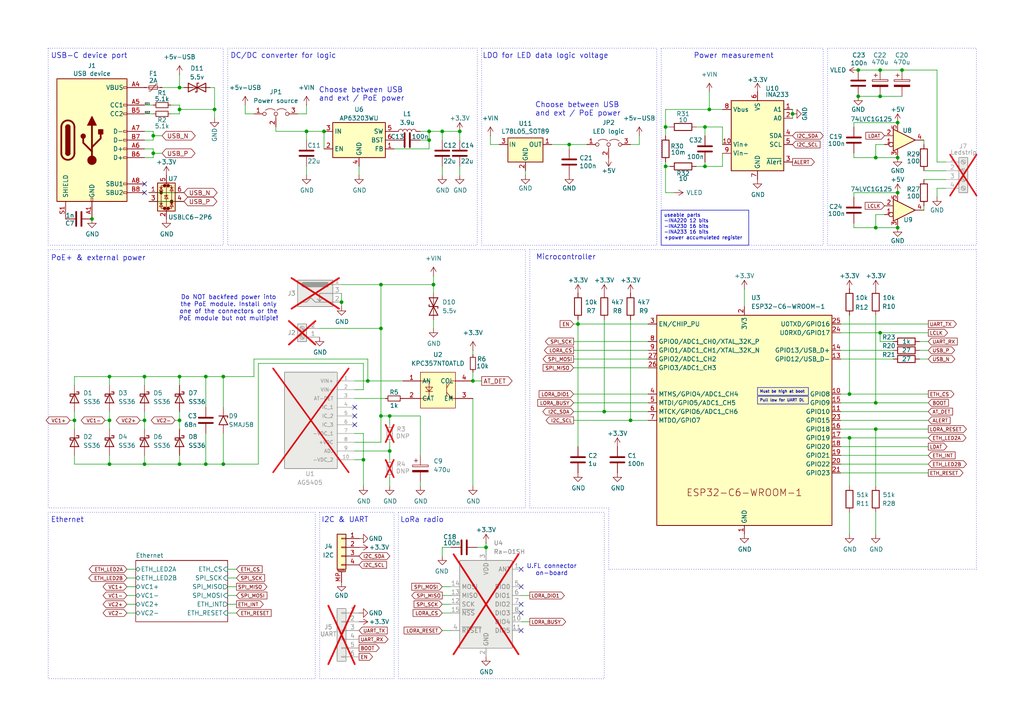
<source format=kicad_sch>
(kicad_sch (version 20231120) (generator "eeschema") (generator_version "8.0")
  (paper "A4")
  (title_block (title "WHYlight") (date "2024-08-05") (rev "0.3") (company "Nicolai Electronics") (comment 1 "Work in progress"))
  (junction (at 124.46 38.1))
  (junction (at 204.47 48.26))
  (junction (at 167.64 93.98))
  (junction (at 99.06 87.63))
  (junction (at 137.16 110.49))
  (junction (at 255.27 27.94))
  (junction (at 260.35 55.88))
  (junction (at 113.03 120.65))
  (junction (at 93.98 38.1))
  (junction (at 128.27 38.1))
  (junction (at 31.75 121.92))
  (junction (at 52.07 134.62))
  (junction (at 110.49 120.65))
  (junction (at 133.35 38.1))
  (junction (at 246.38 127))
  (junction (at 205.74 31.75))
  (junction (at 193.04 48.26))
  (junction (at 255.27 20.32))
  (junction (at 59.69 109.22))
  (junction (at 62.23 31.75))
  (junction (at 41.91 134.62))
  (junction (at 44.45 44.45))
  (junction (at 254 116.84))
  (junction (at 64.77 109.22))
  (junction (at 229.87 33.02))
  (junction (at 124.46 40.64))
  (junction (at 21.59 121.92))
  (junction (at 41.91 121.92))
  (junction (at 248.92 27.94))
  (junction (at 44.45 39.37))
  (junction (at 255.27 96.52))
  (junction (at 260.35 66.04))
  (junction (at 248.92 20.32))
  (junction (at 52.07 109.22))
  (junction (at 113.03 130.81))
  (junction (at 52.07 25.4))
  (junction (at 125.73 82.55))
  (junction (at 254 45.72))
  (junction (at 64.77 134.62))
  (junction (at 260.35 45.72))
  (junction (at 182.88 121.92))
  (junction (at 31.75 134.62))
  (junction (at 88.9 38.1))
  (junction (at 52.07 31.75))
  (junction (at 254 66.04))
  (junction (at 105.41 133.35))
  (junction (at 246.38 114.3))
  (junction (at 52.07 121.92))
  (junction (at 41.91 109.22))
  (junction (at 204.47 36.83))
  (junction (at 165.1 41.91))
  (junction (at 261.62 20.32))
  (junction (at 110.49 82.55))
  (junction (at 31.75 109.22))
  (junction (at 110.49 95.25))
  (junction (at 260.35 35.56))
  (junction (at 254 124.46))
  (junction (at 193.04 36.83))
  (junction (at 59.69 134.62))
  (junction (at 175.26 119.38))
  (junction (at 26.67 63.5))
  (junction (at 106.68 110.49))
  (junction (at 140.97 158.75))
  (no_connect (at 102.87 118.11))
  (no_connect (at 41.91 55.88))
  (no_connect (at 151.13 175.26))
  (no_connect (at 41.91 53.34))
  (no_connect (at 102.87 120.65))
  (no_connect (at 151.13 182.88))
  (no_connect (at 151.13 177.8))
  (no_connect (at 151.13 165.1))
  (no_connect (at 102.87 123.19))
  (no_connect (at 151.13 170.18))
  (wire (pts (xy 255.27 96.52) (xy 269.24 96.52)))
  (wire (pts (xy 247.65 66.04) (xy 247.65 64.77)))
  (wire (pts (xy 74.93 105.41) (xy 74.93 134.62)))
  (wire (pts (xy 193.04 55.88) (xy 195.58 55.88)))
  (wire (pts (xy 193.04 48.26) (xy 194.31 48.26)))
  (wire (pts (xy 113.03 128.27) (xy 113.03 130.81)))
  (wire (pts (xy 21.59 121.92) (xy 21.59 124.46)))
  (wire (pts (xy 36.83 167.64) (xy 39.37 167.64)))
  (wire (pts (xy 128.27 175.26) (xy 130.81 175.26)))
  (wire (pts (xy 114.3 43.18) (xy 124.46 43.18)))
  (wire (pts (xy 137.16 101.6) (xy 137.16 102.87)))
  (wire (pts (xy 175.26 119.38) (xy 187.96 119.38)))
  (wire (pts (xy 243.84 119.38) (xy 269.24 119.38)))
  (wire (pts (xy 31.75 109.22) (xy 41.91 109.22)))
  (wire (pts (xy 41.91 134.62) (xy 41.91 132.08)))
  (wire (pts (xy 166.37 93.98) (xy 167.64 93.98)))
  (wire (pts (xy 86.36 33.02) (xy 88.9 33.02)))
  (polyline (pts (xy 153.67 147.32) (xy 153.67 72.39)) (stroke (width 0) (type dot)))
  (wire (pts (xy 165.1 41.91) (xy 170.18 41.91)))
  (wire (pts (xy 110.49 82.55) (xy 110.49 95.25)))
  (wire (pts (xy 43.18 55.88) (xy 53.34 55.88)))
  (wire (pts (xy 133.35 40.64) (xy 133.35 38.1)))
  (polyline (pts (xy 176.53 147.32) (xy 153.67 147.32)) (stroke (width 0) (type dot)))
  (wire (pts (xy 204.47 48.26) (xy 201.93 48.26)))
  (wire (pts (xy 254 66.04) (xy 254 62.23)))
  (wire (pts (xy 52.07 31.75) (xy 62.23 31.75)))
  (wire (pts (xy 102.87 128.27) (xy 110.49 128.27)))
  (wire (pts (xy 204.47 36.83) (xy 201.93 36.83)))
  (wire (pts (xy 138.43 158.75) (xy 140.97 158.75)))
  (wire (pts (xy 105.41 133.35) (xy 102.87 133.35)))
  (wire (pts (xy 271.78 46.99) (xy 274.32 46.99)))
  (wire (pts (xy 30.48 121.92) (xy 31.75 121.92)))
  (wire (pts (xy 243.84 129.54) (xy 269.24 129.54)))
  (wire (pts (xy 68.58 170.18) (xy 66.04 170.18)))
  (wire (pts (xy 59.69 109.22) (xy 64.77 109.22)))
  (wire (pts (xy 269.24 101.6) (xy 266.7 101.6)))
  (wire (pts (xy 52.07 25.4) (xy 46.99 25.4)))
  (wire (pts (xy 92.71 95.25) (xy 110.49 95.25)))
  (wire (pts (xy 160.02 41.91) (xy 165.1 41.91)))
  (wire (pts (xy 229.87 31.75) (xy 229.87 33.02)))
  (wire (pts (xy 205.74 26.67) (xy 205.74 31.75)))
  (wire (pts (xy 182.88 121.92) (xy 187.96 121.92)))
  (wire (pts (xy 102.87 125.73) (xy 105.41 125.73)))
  (wire (pts (xy 44.45 38.1) (xy 41.91 38.1)))
  (wire (pts (xy 193.04 46.99) (xy 193.04 48.26)))
  (wire (pts (xy 267.97 52.07) (xy 274.32 52.07)))
  (wire (pts (xy 93.98 38.1) (xy 93.98 43.18)))
  (wire (pts (xy 167.64 93.98) (xy 187.96 93.98)))
  (wire (pts (xy 128.27 38.1) (xy 128.27 40.64)))
  (wire (pts (xy 36.83 177.8) (xy 39.37 177.8)))
  (wire (pts (xy 102.87 130.81) (xy 113.03 130.81)))
  (wire (pts (xy 246.38 148.59) (xy 246.38 154.94)))
  (wire (pts (xy 64.77 109.22) (xy 64.77 118.11)))
  (wire (pts (xy 44.45 44.45) (xy 46.99 44.45)))
  (wire (pts (xy 59.69 118.11) (xy 59.69 109.22)))
  (wire (pts (xy 102.87 115.57) (xy 111.76 115.57)))
  (wire (pts (xy 102.87 110.49) (xy 106.68 110.49)))
  (wire (pts (xy 266.7 99.06) (xy 269.24 99.06)))
  (wire (pts (xy 110.49 128.27) (xy 110.49 120.65)))
  (wire (pts (xy 105.41 125.73) (xy 105.41 133.35)))
  (wire (pts (xy 125.73 80.01) (xy 125.73 82.55)))
  (wire (pts (xy 74.93 105.41) (xy 105.41 105.41)))
  (wire (pts (xy 88.9 33.02) (xy 88.9 30.48)))
  (wire (pts (xy 254 41.91) (xy 256.54 41.91)))
  (wire (pts (xy 62.23 31.75) (xy 62.23 34.29)))
  (wire (pts (xy 128.27 177.8) (xy 130.81 177.8)))
  (wire (pts (xy 21.59 134.62) (xy 31.75 134.62)))
  (polyline (pts (xy 283.21 165.1) (xy 176.53 165.1)) (stroke (width 0) (type dot)))
  (wire (pts (xy 124.46 38.1) (xy 128.27 38.1)))
  (wire (pts (xy 50.8 121.92) (xy 52.07 121.92)))
  (wire (pts (xy 274.32 49.53) (xy 267.97 49.53)))
  (wire (pts (xy 62.23 25.4) (xy 60.96 25.4)))
  (wire (pts (xy 121.92 40.64) (xy 124.46 40.64)))
  (wire (pts (xy 106.68 110.49) (xy 116.84 110.49)))
  (wire (pts (xy 128.27 172.72) (xy 130.81 172.72)))
  (wire (pts (xy 166.37 114.3) (xy 187.96 114.3)))
  (wire (pts (xy 62.23 25.4) (xy 62.23 31.75)))
  (wire (pts (xy 36.83 172.72) (xy 39.37 172.72)))
  (wire (pts (xy 259.08 99.06) (xy 255.27 99.06)))
  (wire (pts (xy 31.75 119.38) (xy 31.75 121.92)))
  (wire (pts (xy 260.35 66.04) (xy 254 66.04)))
  (wire (pts (xy 175.26 92.71) (xy 175.26 119.38)))
  (wire (pts (xy 21.59 132.08) (xy 21.59 134.62)))
  (wire (pts (xy 248.92 20.32) (xy 255.27 20.32)))
  (wire (pts (xy 125.73 92.71) (xy 125.73 95.25)))
  (wire (pts (xy 165.1 41.91) (xy 165.1 43.18)))
  (wire (pts (xy 41.91 43.18) (xy 44.45 43.18)))
  (polyline (pts (xy 283.21 72.39) (xy 283.21 165.1)) (stroke (width 0) (type dot)))
  (wire (pts (xy 121.92 139.7) (xy 121.92 140.97)))
  (wire (pts (xy 68.58 175.26) (xy 66.04 175.26)))
  (wire (pts (xy 255.27 27.94) (xy 261.62 27.94)))
  (wire (pts (xy 128.27 170.18) (xy 130.81 170.18)))
  (wire (pts (xy 166.37 101.6) (xy 187.96 101.6)))
  (wire (pts (xy 166.37 121.92) (xy 182.88 121.92)))
  (wire (pts (xy 20.32 121.92) (xy 21.59 121.92)))
  (wire (pts (xy 254 116.84) (xy 269.24 116.84)))
  (wire (pts (xy 229.87 33.02) (xy 229.87 34.29)))
  (wire (pts (xy 40.64 121.92) (xy 41.91 121.92)))
  (wire (pts (xy 113.03 120.65) (xy 121.92 120.65)))
  (wire (pts (xy 243.84 101.6) (xy 259.08 101.6)))
  (wire (pts (xy 124.46 38.1) (xy 124.46 40.64)))
  (wire (pts (xy 104.14 48.26) (xy 104.14 50.8)))
  (wire (pts (xy 185.42 39.37) (xy 185.42 41.91)))
  (wire (pts (xy 204.47 36.83) (xy 204.47 39.37)))
  (wire (pts (xy 248.92 27.94) (xy 255.27 27.94)))
  (wire (pts (xy 205.74 31.75) (xy 209.55 31.75)))
  (wire (pts (xy 246.38 91.44) (xy 246.38 114.3)))
  (wire (pts (xy 110.49 82.55) (xy 125.73 82.55)))
  (wire (pts (xy 73.66 33.02) (xy 71.12 33.02)))
  (wire (pts (xy 44.45 39.37) (xy 44.45 38.1)))
  (wire (pts (xy 113.03 138.43) (xy 113.03 140.97)))
  (wire (pts (xy 243.84 124.46) (xy 254 124.46)))
  (wire (pts (xy 166.37 106.68) (xy 187.96 106.68)))
  (wire (pts (xy 59.69 125.73) (xy 59.69 134.62)))
  (wire (pts (xy 105.41 133.35) (xy 105.41 140.97)))
  (wire (pts (xy 31.75 134.62) (xy 41.91 134.62)))
  (wire (pts (xy 247.65 45.72) (xy 247.65 44.45)))
  (wire (pts (xy 167.64 93.98) (xy 167.64 129.54)))
  (wire (pts (xy 88.9 38.1) (xy 80.01 38.1)))
  (wire (pts (xy 73.66 109.22) (xy 64.77 109.22)))
  (wire (pts (xy 166.37 116.84) (xy 187.96 116.84)))
  (wire (pts (xy 88.9 38.1) (xy 93.98 38.1)))
  (wire (pts (xy 64.77 125.73) (xy 64.77 134.62)))
  (wire (pts (xy 80.01 38.1) (xy 80.01 36.83)))
  (wire (pts (xy 99.06 87.63) (xy 99.06 85.09)))
  (wire (pts (xy 193.04 31.75) (xy 205.74 31.75)))
  (wire (pts (xy 260.35 35.56) (xy 247.65 35.56)))
  (wire (pts (xy 140.97 157.48) (xy 140.97 158.75)))
  (wire (pts (xy 243.84 93.98) (xy 269.24 93.98)))
  (wire (pts (xy 59.69 109.22) (xy 52.07 109.22)))
  (wire (pts (xy 246.38 114.3) (xy 269.24 114.3)))
  (wire (pts (xy 46.99 39.37) (xy 44.45 39.37)))
  (wire (pts (xy 68.58 177.8) (xy 66.04 177.8)))
  (wire (pts (xy 71.12 33.02) (xy 71.12 30.48)))
  (wire (pts (xy 99.06 82.55) (xy 110.49 82.55)))
  (wire (pts (xy 254 148.59) (xy 254 154.94)))
  (wire (pts (xy 142.24 41.91) (xy 144.78 41.91)))
  (wire (pts (xy 124.46 40.64) (xy 124.46 43.18)))
  (wire (pts (xy 121.92 38.1) (xy 124.46 38.1)))
  (wire (pts (xy 193.04 55.88) (xy 193.04 48.26)))
  (wire (pts (xy 254 124.46) (xy 254 140.97)))
  (wire (pts (xy 44.45 45.72) (xy 44.45 44.45)))
  (wire (pts (xy 36.83 170.18) (xy 39.37 170.18)))
  (wire (pts (xy 41.91 134.62) (xy 52.07 134.62)))
  (wire (pts (xy 243.84 137.16) (xy 269.24 137.16)))
  (wire (pts (xy 254 62.23) (xy 256.54 62.23)))
  (wire (pts (xy 73.66 104.14) (xy 73.66 109.22)))
  (wire (pts (xy 246.38 127) (xy 246.38 140.97)))
  (wire (pts (xy 128.27 182.88) (xy 130.81 182.88)))
  (wire (pts (xy 151.13 180.34) (xy 153.67 180.34)))
  (wire (pts (xy 105.41 105.41) (xy 105.41 113.03)))
  (wire (pts (xy 260.35 45.72) (xy 254 45.72)))
  (wire (pts (xy 113.03 120.65) (xy 113.03 123.19)))
  (wire (pts (xy 215.9 83.82) (xy 215.9 88.9)))
  (wire (pts (xy 125.73 82.55) (xy 125.73 85.09)))
  (wire (pts (xy 267.97 41.91) (xy 267.97 40.64)))
  (wire (pts (xy 243.84 134.62) (xy 269.24 134.62)))
  (wire (pts (xy 254 45.72) (xy 254 41.91)))
  (wire (pts (xy 64.77 134.62) (xy 74.93 134.62)))
  (wire (pts (xy 31.75 121.92) (xy 31.75 124.46)))
  (wire (pts (xy 36.83 165.1) (xy 39.37 165.1)))
  (wire (pts (xy 36.83 175.26) (xy 39.37 175.26)))
  (wire (pts (xy 52.07 121.92) (xy 52.07 124.46)))
  (wire (pts (xy 31.75 134.62) (xy 31.75 132.08)))
  (wire (pts (xy 271.78 54.61) (xy 274.32 54.61)))
  (wire (pts (xy 166.37 119.38) (xy 175.26 119.38)))
  (wire (pts (xy 243.84 104.14) (xy 259.08 104.14)))
  (wire (pts (xy 271.78 20.32) (xy 271.78 46.99)))
  (wire (pts (xy 21.59 111.76) (xy 21.59 109.22)))
  (wire (pts (xy 255.27 99.06) (xy 255.27 96.52)))
  (wire (pts (xy 41.91 33.02) (xy 44.45 33.02)))
  (wire (pts (xy 102.87 113.03) (xy 105.41 113.03)))
  (wire (pts (xy 133.35 38.1) (xy 128.27 38.1)))
  (wire (pts (xy 166.37 104.14) (xy 187.96 104.14)))
  (wire (pts (xy 243.84 132.08) (xy 269.24 132.08)))
  (wire (pts (xy 41.91 121.92) (xy 41.91 124.46)))
  (wire (pts (xy 261.62 20.32) (xy 271.78 20.32)))
  (wire (pts (xy 182.88 41.91) (xy 185.42 41.91)))
  (wire (pts (xy 59.69 134.62) (xy 64.77 134.62)))
  (wire (pts (xy 243.84 114.3) (xy 246.38 114.3)))
  (wire (pts (xy 106.68 104.14) (xy 106.68 110.49)))
  (wire (pts (xy 209.55 41.91) (xy 209.55 36.83)))
  (wire (pts (xy 243.84 127) (xy 246.38 127)))
  (wire (pts (xy 31.75 109.22) (xy 31.75 111.76)))
  (wire (pts (xy 271.78 57.15) (xy 271.78 54.61)))
  (wire (pts (xy 44.45 40.64) (xy 44.45 39.37)))
  (wire (pts (xy 209.55 44.45) (xy 209.55 48.26)))
  (wire (pts (xy 209.55 36.83) (xy 204.47 36.83)))
  (wire (pts (xy 68.58 172.72) (xy 66.04 172.72)))
  (wire (pts (xy 152.4 50.8) (xy 152.4 49.53)))
  (wire (pts (xy 254 91.44) (xy 254 116.84)))
  (wire (pts (xy 68.58 165.1) (xy 66.04 165.1)))
  (wire (pts (xy 52.07 25.4) (xy 52.07 21.59)))
  (wire (pts (xy 243.84 116.84) (xy 254 116.84)))
  (wire (pts (xy 204.47 46.99) (xy 204.47 48.26)))
  (wire (pts (xy 166.37 99.06) (xy 187.96 99.06)))
  (wire (pts (xy 68.58 167.64) (xy 66.04 167.64)))
  (wire (pts (xy 52.07 30.48) (xy 49.53 30.48)))
  (wire (pts (xy 243.84 121.92) (xy 269.24 121.92)))
  (wire (pts (xy 269.24 104.14) (xy 266.7 104.14)))
  (wire (pts (xy 133.35 48.26) (xy 133.35 50.8)))
  (wire (pts (xy 52.07 134.62) (xy 52.07 132.08)))
  (wire (pts (xy 194.31 36.83) (xy 193.04 36.83)))
  (wire (pts (xy 41.91 109.22) (xy 52.07 109.22)))
  (wire (pts (xy 110.49 95.25) (xy 110.49 120.65)))
  (wire (pts (xy 121.92 120.65) (xy 121.92 132.08)))
  (wire (pts (xy 246.38 127) (xy 269.24 127)))
  (wire (pts (xy 41.91 40.64) (xy 44.45 40.64)))
  (wire (pts (xy 43.18 58.42) (xy 53.34 58.42)))
  (wire (pts (xy 49.53 33.02) (xy 52.07 33.02)))
  (wire (pts (xy 209.55 48.26) (xy 204.47 48.26)))
  (wire (pts (xy 88.9 48.26) (xy 88.9 50.8)))
  (wire (pts (xy 41.91 30.48) (xy 44.45 30.48)))
  (wire (pts (xy 52.07 33.02) (xy 52.07 31.75)))
  (wire (pts (xy 128.27 48.26) (xy 128.27 50.8)))
  (wire (pts (xy 137.16 110.49) (xy 139.7 110.49)))
  (wire (pts (xy 41.91 119.38) (xy 41.91 121.92)))
  (polyline (pts (xy 176.53 165.1) (xy 176.53 147.32)) (stroke (width 0) (type dot)))
  (wire (pts (xy 153.67 172.72) (xy 151.13 172.72)))
  (wire (pts (xy 73.66 104.14) (xy 106.68 104.14)))
  (wire (pts (xy 193.04 36.83) (xy 193.04 31.75)))
  (wire (pts (xy 254 45.72) (xy 247.65 45.72)))
  (wire (pts (xy 182.88 92.71) (xy 182.88 121.92)))
  (wire (pts (xy 21.59 109.22) (xy 31.75 109.22)))
  (wire (pts (xy 41.91 109.22) (xy 41.91 111.76)))
  (wire (pts (xy 59.69 134.62) (xy 52.07 134.62)))
  (wire (pts (xy 255.27 20.32) (xy 261.62 20.32)))
  (wire (pts (xy 52.07 109.22) (xy 52.07 111.76)))
  (wire (pts (xy 113.03 130.81) (xy 113.03 133.35)))
  (wire (pts (xy 140.97 158.75) (xy 140.97 160.02)))
  (wire (pts (xy 41.91 45.72) (xy 44.45 45.72)))
  (wire (pts (xy 254 66.04) (xy 247.65 66.04)))
  (wire (pts (xy 247.65 55.88) (xy 247.65 57.15)))
  (wire (pts (xy 247.65 35.56) (xy 247.65 36.83)))
  (wire (pts (xy 137.16 115.57) (xy 137.16 140.97)))
  (wire (pts (xy 260.35 55.88) (xy 247.65 55.88)))
  (wire (pts (xy 52.07 25.4) (xy 53.34 25.4)))
  (wire (pts (xy 167.64 92.71) (xy 167.64 93.98)))
  (wire (pts (xy 110.49 120.65) (xy 113.03 120.65)))
  (wire (pts (xy 193.04 36.83) (xy 193.04 39.37)))
  (wire (pts (xy 88.9 38.1) (xy 88.9 40.64)))
  (wire (pts (xy 243.84 96.52) (xy 255.27 96.52)))
  (wire (pts (xy 267.97 60.96) (xy 267.97 59.69)))
  (wire (pts (xy 130.81 158.75) (xy 128.27 158.75)))
  (polyline (pts (xy 153.67 72.39) (xy 283.21 72.39)) (stroke (width 0) (type dot)))
  (wire (pts (xy 44.45 44.45) (xy 44.45 43.18)))
  (wire (pts (xy 52.07 119.38) (xy 52.07 121.92)))
  (wire (pts (xy 21.59 119.38) (xy 21.59 121.92)))
  (wire (pts (xy 52.07 31.75) (xy 52.07 30.48)))
  (wire (pts (xy 142.24 41.91) (xy 142.24 39.37)))
  (wire (pts (xy 254 124.46) (xy 269.24 124.46)))
  (wire (pts (xy 99.06 87.63) (xy 99.06 88.9)))
  (wire (pts (xy 128.27 158.75) (xy 128.27 161.29)))
  (wire (pts (xy 137.16 107.95) (xy 137.16 110.49)))
  (rectangle (start 13.97 72.39) (end 152.4 147.32) (stroke (width 0) (type dot)))
  (rectangle (start 240.03 13.97) (end 283.21 71.12) (stroke (width 0) (type dot)))
  (rectangle (start 191.77 13.97) (end 238.76 71.12) (stroke (width 0) (type dot)))
  (rectangle (start 92.71 148.59) (end 114.3 196.85) (stroke (width 0) (type dot)))
  (rectangle (start 13.97 13.97) (end 64.77 71.12) (stroke (width 0) (type dot)))
  (rectangle (start 139.7 13.97) (end 190.5 71.12) (stroke (width 0) (type dot)))
  (rectangle (start 66.04 13.97) (end 138.43 71.12) (stroke (width 0) (type dot)))
  (rectangle (start 13.97 148.59) (end 91.44 196.85) (stroke (width 0) (type dot)))
  (rectangle (start 115.57 148.59) (end 175.26 196.85) (stroke (width 0) (type dot)))
  (text_box "Pull low for UART DL" (at 219.71 114.935 0) (size 14.7667 2.25) (effects (font (size 0.8 0.8)) (justify left top)))
  (text_box "Must be high at boot" (at 219.71 112.395 0) (size 14.7667 2.25) (effects (font (size 0.8 0.8)) (justify left top)))
  (text_box "useable parts\n-INA220 12 bits\n-INA230 16 bits\n-INA233 16 bits \n+power accumuleted register\n" (at 191.77 60.96 0) (size 25.4 10.16) (effects (font (size 1.016 1.016)) (justify left top)))
  (text "Ethernet" (at 14.732 150.876 0) (effects (font (size 1.524 1.524)) (justify left)))
  (text "Choose between USB\nand ext / PoE power" (at 92.456 27.432 0) (effects (font (size 1.524 1.524)) (justify left)))
  (text "USB-C device port" (at 14.732 16.256 0) (effects (font (size 1.524 1.524)) (justify left)))
  (text "Microcontroller" (at 155.448 74.676 0) (effects (font (size 1.524 1.524)) (justify left)))
  (text "Power measurement" (at 201.168 16.256 0) (effects (font (size 1.524 1.524)) (justify left)))
  (text "I2C & UART" (at 93.218 150.876 0) (effects (font (size 1.524 1.524)) (justify left)))
  (text "DC/DC converter for logic" (at 66.802 16.256 0) (effects (font (size 1.524 1.524)) (justify left)))
  (text "U.FL connector\non-board" (at 160.02 165.354 0) (effects (font (size 1.27 1.27))))
  (text "LoRa radio" (at 116.078 150.876 0) (effects (font (size 1.524 1.524)) (justify left)))
  (text "PoE+ & external power" (at 14.732 74.93 0) (effects (font (size 1.524 1.524)) (justify left)))
  (text "LDO for LED data logic voltage" (at 139.954 16.256 0) (effects (font (size 1.524 1.524)) (justify left)))
  (text "Choose between USB\nand ext / PoE power" (at 155.194 31.75 0) (effects (font (size 1.524 1.524)) (justify left)))
  (text "Do NOT backfeed power into\nthe PoE module. Install only\none of the connectors or the\nPoE module but not multiple!" (at 66.294 89.408 0) (effects (font (size 1.27 1.27))))
  (label "CC2" (at 41.91 33.02 0) (effects (font (size 0.508 0.508))))
  (label "CC1" (at 41.91 30.48 0) (effects (font (size 0.508 0.508))))
  (global_label "SPI_MISO" (shape input) (at 166.37 106.68 180) (effects (font (size 1.016 1.016))) (property "Intersheetrefs" "${INTERSHEET_REFS}" (effects (hide yes))))
  (global_label "USB_P" (shape bidirectional) (at 53.34 58.42 0) (property "Intersheetrefs" "${INTERSHEET_REFS}" (effects (hide yes))))
  (global_label "USB_N" (shape bidirectional) (at 46.99 39.37 0) (property "Intersheetrefs" "${INTERSHEET_REFS}" (effects (hide yes))))
  (global_label "SPI_MOSI" (shape input) (at 128.27 170.18 180) (effects (font (size 1.016 1.016))) (property "Intersheetrefs" "${INTERSHEET_REFS}" (effects (hide yes))))
  (global_label "BOOT" (shape output) (at 104.14 187.96 0) (effects (font (size 1.016 1.016))) (property "Intersheetrefs" "${INTERSHEET_REFS}" (effects (hide yes))))
  (global_label "AT_DET" (shape input) (at 269.24 119.38 0) (effects (font (size 1.016 1.016))) (property "Intersheetrefs" "${INTERSHEET_REFS}" (effects (hide yes))))
  (global_label "SPI_SCK" (shape input) (at 128.27 175.26 180) (effects (font (size 1.016 1.016))) (property "Intersheetrefs" "${INTERSHEET_REFS}" (effects (hide yes))))
  (global_label "I2C_SCL" (shape input) (at 104.14 163.83 0) (effects (font (size 1.016 1.016))) (property "Intersheetrefs" "${INTERSHEET_REFS}" (effects (hide yes))))
  (global_label "VC2+" (shape bidirectional) (at 40.64 121.92 180) (effects (font (size 1.016 1.016))) (property "Intersheetrefs" "${INTERSHEET_REFS}" (effects (hide yes))))
  (global_label "USB_N" (shape bidirectional) (at 269.24 104.14 0) (effects (font (size 1.016 1.016))) (property "Intersheetrefs" "${INTERSHEET_REFS}" (effects (hide yes))))
  (global_label "LDAT" (shape output) (at 269.24 129.54 0) (effects (font (size 1.016 1.016))) (property "Intersheetrefs" "${INTERSHEET_REFS}" (effects (hide yes))))
  (global_label "ETH_INT" (shape input) (at 269.24 132.08 0) (effects (font (size 1.016 1.016))) (property "Intersheetrefs" "${INTERSHEET_REFS}" (effects (hide yes))))
  (global_label "LORA_DIO1" (shape output) (at 153.67 172.72 0) (effects (font (size 1.016 1.016))) (property "Intersheetrefs" "${INTERSHEET_REFS}" (effects (hide yes))))
  (global_label "LCLK" (shape output) (at 269.24 96.52 0) (effects (font (size 1.016 1.016))) (property "Intersheetrefs" "${INTERSHEET_REFS}" (effects (hide yes))))
  (global_label "SPI_MISO" (shape output) (at 128.27 172.72 180) (effects (font (size 1.016 1.016))) (property "Intersheetrefs" "${INTERSHEET_REFS}" (effects (hide yes))))
  (global_label "SPI_MISO" (shape output) (at 68.58 170.18 0) (effects (font (size 1.016 1.016))) (property "Intersheetrefs" "${INTERSHEET_REFS}" (effects (hide yes))))
  (global_label "I2C_SDA" (shape bidirectional) (at 104.14 161.29 0) (effects (font (size 1.016 1.016))) (property "Intersheetrefs" "${INTERSHEET_REFS}" (effects (hide yes))))
  (global_label "LORA_RESET" (shape output) (at 269.24 124.46 0) (effects (font (size 1.016 1.016))) (property "Intersheetrefs" "${INTERSHEET_REFS}" (effects (hide yes))))
  (global_label "ETH_LED2B" (shape bidirectional) (at 269.24 134.62 0) (effects (font (size 1.016 1.016))) (property "Intersheetrefs" "${INTERSHEET_REFS}" (effects (hide yes))))
  (global_label "SPI_SCK" (shape output) (at 166.37 99.06 180) (effects (font (size 1.016 1.016))) (property "Intersheetrefs" "${INTERSHEET_REFS}" (effects (hide yes))))
  (global_label "ALERT" (shape input) (at 269.24 121.92 0) (effects (font (size 1.016 1.016))) (property "Intersheetrefs" "${INTERSHEET_REFS}" (effects (hide yes))))
  (global_label "ETH_LED2A" (shape bidirectional) (at 269.24 127 0) (effects (font (size 1.016 1.016))) (property "Intersheetrefs" "${INTERSHEET_REFS}" (effects (hide yes))))
  (global_label "VC2-" (shape bidirectional) (at 50.8 121.92 180) (effects (font (size 1.016 1.016))) (property "Intersheetrefs" "${INTERSHEET_REFS}" (effects (hide yes))))
  (global_label "LCLK" (shape input) (at 256.54 59.69 180) (effects (font (size 1.016 1.016))) (property "Intersheetrefs" "${INTERSHEET_REFS}" (effects (hide yes))))
  (global_label "LORA_CS" (shape output) (at 166.37 101.6 180) (effects (font (size 1.016 1.016))) (property "Intersheetrefs" "${INTERSHEET_REFS}" (effects (hide yes))))
  (global_label "UART_TX" (shape output) (at 269.24 93.98 0) (effects (font (size 1.016 1.016))) (property "Intersheetrefs" "${INTERSHEET_REFS}" (effects (hide yes))))
  (global_label "ETH_CS" (shape output) (at 269.24 114.3 0) (effects (font (size 1.016 1.016))) (property "Intersheetrefs" "${INTERSHEET_REFS}" (effects (hide yes))))
  (global_label "LORA_DIO1" (shape input) (at 166.37 114.3 180) (effects (font (size 1.016 1.016))) (property "Intersheetrefs" "${INTERSHEET_REFS}" (effects (hide yes))))
  (global_label "BOOT" (shape input) (at 269.24 116.84 0) (effects (font (size 1.016 1.016))) (property "Intersheetrefs" "${INTERSHEET_REFS}" (effects (hide yes))))
  (global_label "VC1-" (shape bidirectional) (at 30.48 121.92 180) (effects (font (size 1.016 1.016))) (property "Intersheetrefs" "${INTERSHEET_REFS}" (effects (hide yes))))
  (global_label "USB_P" (shape bidirectional) (at 46.99 44.45 0) (property "Intersheetrefs" "${INTERSHEET_REFS}" (effects (hide yes))))
  (global_label "LORA_BUSY" (shape input) (at 166.37 116.84 180) (effects (font (size 1.016 1.016))) (property "Intersheetrefs" "${INTERSHEET_REFS}" (effects (hide yes))))
  (global_label "LDAT" (shape input) (at 256.54 39.37 180) (effects (font (size 1.016 1.016))) (property "Intersheetrefs" "${INTERSHEET_REFS}" (effects (hide yes))))
  (global_label "USB_N" (shape bidirectional) (at 53.34 55.88 0) (property "Intersheetrefs" "${INTERSHEET_REFS}" (effects (hide yes))))
  (global_label "ETH_RESET" (shape input) (at 68.58 177.8 0) (effects (font (size 1.016 1.016))) (property "Intersheetrefs" "${INTERSHEET_REFS}" (effects (hide yes))))
  (global_label "SPI_SCK" (shape input) (at 68.58 167.64 0) (effects (font (size 1.016 1.016))) (property "Intersheetrefs" "${INTERSHEET_REFS}" (effects (hide yes))))
  (global_label "VC2-" (shape bidirectional) (at 36.83 177.8 180) (effects (font (size 1.016 1.016))) (property "Intersheetrefs" "${INTERSHEET_REFS}" (effects (hide yes))))
  (global_label "LORA_CS" (shape input) (at 128.27 177.8 180) (effects (font (size 1.016 1.016))) (property "Intersheetrefs" "${INTERSHEET_REFS}" (effects (hide yes))))
  (global_label "SPI_MOSI" (shape output) (at 166.37 104.14 180) (effects (font (size 1.016 1.016))) (property "Intersheetrefs" "${INTERSHEET_REFS}" (effects (hide yes))))
  (global_label "ETH_LED2A" (shape bidirectional) (at 36.83 165.1 180) (effects (font (size 1.016 1.016))) (property "Intersheetrefs" "${INTERSHEET_REFS}" (effects (hide yes))))
  (global_label "VC1-" (shape bidirectional) (at 36.83 172.72 180) (effects (font (size 1.016 1.016))) (property "Intersheetrefs" "${INTERSHEET_REFS}" (effects (hide yes))))
  (global_label "UART_TX" (shape input) (at 104.14 182.88 0) (effects (font (size 1.016 1.016))) (property "Intersheetrefs" "${INTERSHEET_REFS}" (effects (hide yes))))
  (global_label "EN" (shape input) (at 166.37 93.98 180) (effects (font (size 1.016 1.016))) (property "Intersheetrefs" "${INTERSHEET_REFS}" (effects (hide yes))))
  (global_label "VC1+" (shape bidirectional) (at 20.32 121.92 180) (effects (font (size 1.016 1.016))) (property "Intersheetrefs" "${INTERSHEET_REFS}" (effects (hide yes))))
  (global_label "I2C_SCL" (shape input) (at 229.87 41.91 0) (effects (font (size 1.016 1.016))) (property "Intersheetrefs" "${INTERSHEET_REFS}" (effects (hide yes))))
  (global_label "I2C_SDA" (shape bidirectional) (at 166.37 119.38 180) (effects (font (size 1.016 1.016))) (property "Intersheetrefs" "${INTERSHEET_REFS}" (effects (hide yes))))
  (global_label "UART_RX" (shape output) (at 104.14 185.42 0) (effects (font (size 1.016 1.016))) (property "Intersheetrefs" "${INTERSHEET_REFS}" (effects (hide yes))))
  (global_label "ETH_CS" (shape input) (at 68.58 165.1 0) (effects (font (size 1.016 1.016))) (property "Intersheetrefs" "${INTERSHEET_REFS}" (effects (hide yes))))
  (global_label "VC1+" (shape bidirectional) (at 36.83 170.18 180) (effects (font (size 1.016 1.016))) (property "Intersheetrefs" "${INTERSHEET_REFS}" (effects (hide yes))))
  (global_label "AT_DET" (shape output) (at 139.7 110.49 0) (property "Intersheetrefs" "${INTERSHEET_REFS}" (effects (hide yes))))
  (global_label "I2C_SDA" (shape bidirectional) (at 229.87 39.37 0) (effects (font (size 1.016 1.016))) (property "Intersheetrefs" "${INTERSHEET_REFS}" (effects (hide yes))))
  (global_label "ETH_LED2B" (shape bidirectional) (at 36.83 167.64 180) (effects (font (size 1.016 1.016))) (property "Intersheetrefs" "${INTERSHEET_REFS}" (effects (hide yes))))
  (global_label "I2C_SCL" (shape output) (at 166.37 121.92 180) (effects (font (size 1.016 1.016))) (property "Intersheetrefs" "${INTERSHEET_REFS}" (effects (hide yes))))
  (global_label "ALERT" (shape output) (at 229.87 46.99 0) (effects (font (size 1.016 1.016))) (property "Intersheetrefs" "${INTERSHEET_REFS}" (effects (hide yes))))
  (global_label "USB_P" (shape bidirectional) (at 269.24 101.6 0) (effects (font (size 1.016 1.016))) (property "Intersheetrefs" "${INTERSHEET_REFS}" (effects (hide yes))))
  (global_label "SPI_MOSI" (shape input) (at 68.58 172.72 0) (effects (font (size 1.016 1.016))) (property "Intersheetrefs" "${INTERSHEET_REFS}" (effects (hide yes))))
  (global_label "ETH_INT" (shape output) (at 68.58 175.26 0) (effects (font (size 1.016 1.016))) (property "Intersheetrefs" "${INTERSHEET_REFS}" (effects (hide yes))))
  (global_label "VC2+" (shape bidirectional) (at 36.83 175.26 180) (effects (font (size 1.016 1.016))) (property "Intersheetrefs" "${INTERSHEET_REFS}" (effects (hide yes))))
  (global_label "UART_RX" (shape input) (at 269.24 99.06 0) (effects (font (size 1.016 1.016))) (property "Intersheetrefs" "${INTERSHEET_REFS}" (effects (hide yes))))
  (global_label "LORA_BUSY" (shape output) (at 153.67 180.34 0) (effects (font (size 1.016 1.016))) (property "Intersheetrefs" "${INTERSHEET_REFS}" (effects (hide yes))))
  (global_label "LORA_RESET" (shape input) (at 128.27 182.88 180) (effects (font (size 1.016 1.016))) (property "Intersheetrefs" "${INTERSHEET_REFS}" (effects (hide yes))))
  (global_label "ETH_RESET" (shape output) (at 269.24 137.16 0) (effects (font (size 1.016 1.016))) (property "Intersheetrefs" "${INTERSHEET_REFS}" (effects (hide yes))))
  (global_label "EN" (shape output) (at 104.14 190.5 0) (effects (font (size 1.016 1.016))) (property "Intersheetrefs" "${INTERSHEET_REFS}" (effects (hide yes))))
  (symbol (lib_id "symbols:C") (at 179.07 133.35 0) (unit 1)
    (property "Reference" "C1" (at 181.991 132.1816 0) (effects (justify left)))
    (property "Value" "100n" (at 181.991 134.493 0) (effects (justify left)))
    (property "Footprint" "Capacitor_SMD:C_0402_1005Metric" (effects (hide yes)))
    (property "LCSC" "C394158" (effects (hide yes)))
  )
  (symbol (lib_id "mch2021-rescue:GND-power") (at 137.16 140.97 0) (unit 1)
    (property "Reference" "#PWR024" (effects (hide yes)))
    (property "Value" "GND" (at 137.287 145.3642 0))
  )
  (symbol (lib_id "mch2021-rescue:GND-power") (at 104.14 50.8 0) (unit 1)
    (property "Reference" "#PWR052" (effects (hide yes)))
    (property "Value" "GND" (at 104.267 55.1942 0))
  )
  (symbol (lib_id "power:+5V") (at 260.35 35.56 0) (unit 1)
    (property "Reference" "#PWR042" (effects (hide yes)))
    (property "Value" "+5V" (at 260.35 31.75 0))
    (property "Description" "Power symbol creates a global label with name \"+5V\"" (effects (hide yes)))
  )
  (symbol (lib_id "symbols:R") (at 262.89 104.14 270) (mirror x) (unit 1)
    (property "Reference" "R21" (at 257.81 102.87 90))
    (property "Value" "27" (at 262.89 104.14 90))
    (property "Footprint" "Resistor_SMD:R_0402_1005Metric" (effects (hide yes)))
    (property "Datasheet" "https://datasheet.lcsc.com/lcsc/2205311845_UNI-ROYAL-Uniroyal-Elec-0402WGJ0270TCE_C25156.pdf" (effects (hide yes)))
    (property "LCSC" "C25100" (effects (hide yes)))
  )
  (symbol (lib_id "power:+3.3V") (at 167.64 85.09 0) (unit 1)
    (property "Reference" "#PWR029" (effects (hide yes)))
    (property "Value" "+3.3V" (at 167.64 81.28 0))
    (property "Description" "Power symbol creates a global label with name \"+3.3V\"" (effects (hide yes)))
  )
  (symbol (lib_id "Regulator_Linear:L78L05_SOT89") (at 152.4 41.91 0) (unit 1)
    (property "Reference" "U11" (at 152.4 35.814 0))
    (property "Value" "L78L05_SOT89" (at 152.4 38.1 0))
    (property "Footprint" "Package_TO_SOT_SMD:SOT-89-3" (effects (hide yes)))
    (property "Datasheet" "http://www.st.com/content/ccc/resource/technical/document/datasheet/15/55/e5/aa/23/5b/43/fd/CD00000446.pdf/files/CD00000446.pdf/jcr:content/translations/en.CD00000446.pdf" (effects (hide yes)))
    (property "Description" "Positive 100mA 30V Linear Regulator, Fixed Output 5V, SOT-89" (effects (hide yes)))
    (property "LCSC" " C408272" (effects (hide yes)))
  )
  (symbol (lib_id "symbols:R") (at 246.38 144.78 0) (mirror y) (unit 1)
    (property "Reference" "R11" (at 250.19 146.05 0))
    (property "Value" "51k" (at 250.19 143.51 0))
    (property "Footprint" "Resistor_SMD:R_0402_1005Metric" (effects (hide yes)))
    (property "Datasheet" "https://www.lcsc.com/product-detail/Chip-Resistor-Surface-Mount_UNI-ROYAL-Uniroyal-Elec-0402WGF5102TCE_C25794.html" (effects (hide yes)))
    (property "LCSC" "C25794" (effects (hide yes)))
  )
  (symbol (lib_id "symbols2:GND") (at 248.92 27.94 0) (unit 1)
    (property "Reference" "#PWR068" (effects (hide yes)))
    (property "Value" "GND" (at 248.92 31.75 0))
    (property "Description" "Power symbol creates a global label with name \"GND\" , ground" (effects (hide yes)))
  )
  (symbol (lib_id "symbols2:GND") (at 229.87 33.02 90) (unit 1)
    (property "Reference" "#PWR076" (effects (hide yes)))
    (property "Value" "GND" (at 233.426 33.02 0))
    (property "Description" "Power symbol creates a global label with name \"GND\" , ground" (effects (hide yes)))
  )
  (symbol (lib_id "power:+3.3V") (at 175.26 85.09 0) (unit 1)
    (property "Reference" "#PWR013" (effects (hide yes)))
    (property "Value" "+3.3V" (at 175.26 81.28 0))
    (property "Description" "Power symbol creates a global label with name \"+3.3V\"" (effects (hide yes)))
  )
  (symbol (lib_id "mch2021-rescue:GND-power") (at 121.92 140.97 0) (unit 1)
    (property "Reference" "#PWR011" (effects (hide yes)))
    (property "Value" "GND" (at 122.047 145.3642 0))
  )
  (symbol (lib_id "Jumper:Jumper_3_Open") (at 176.53 41.91 0) (unit 1) (exclude_from_sim yes) (in_bom no)
    (property "Reference" "JP2" (at 176.53 35.56 0))
    (property "Value" "LED logic" (at 176.53 38.1 0))
    (property "Footprint" "Jumper:SolderJumper-3_P1.3mm_Open_RoundedPad1.0x1.5mm_NumberLabels" (effects (hide yes)))
    (property "Description" "Power source" (effects (hide yes)))
    (property "LCSC" "-" (effects (hide yes)))
  )
  (symbol (lib_id "mch2021-rescue:GND-power") (at 26.67 63.5 0) (unit 1)
    (property "Reference" "#PWR02" (effects (hide yes)))
    (property "Value" "GND" (at 26.797 67.8942 0))
  )
  (symbol (lib_id "symbols:R") (at 262.89 101.6 270) (unit 1)
    (property "Reference" "R20" (at 257.81 100.33 90))
    (property "Value" "27" (at 262.89 101.6 90))
    (property "Footprint" "Resistor_SMD:R_0402_1005Metric" (effects (hide yes)))
    (property "Datasheet" "https://datasheet.lcsc.com/lcsc/2205311845_UNI-ROYAL-Uniroyal-Elec-0402WGJ0270TCE_C25156.pdf" (effects (hide yes)))
    (property "LCSC" "C25100" (effects (hide yes)))
  )
  (symbol (lib_id "Device:C") (at 133.35 44.45 0) (unit 1)
    (property "Reference" "C14" (at 133.604 42.164 0) (effects (justify left)))
    (property "Value" "22u" (at 133.604 46.736 0) (effects (justify left)))
    (property "Footprint" "Capacitor_SMD:C_0805_2012Metric" (effects (hide yes)))
    (property "Datasheet" "https://jlcpcb.com/partdetail/46786-CL21A226MAQNNNE/C45783" (effects (hide yes)))
    (property "Description" "Unpolarized capacitor" (effects (hide yes)))
    (property "LCSC" "C45783" (effects (hide yes)))
  )
  (symbol (lib_id "mch2021-rescue:GND-power") (at 104.14 156.21 90) (unit 1)
    (property "Reference" "#PWR059" (effects (hide yes)))
    (property "Value" "GND" (at 108.966 156.21 90))
  )
  (symbol (lib_id "symbols2:GND") (at 260.35 66.04 0) (unit 1)
    (property "Reference" "#PWR057" (effects (hide yes)))
    (property "Value" "GND" (at 260.35 69.85 0))
    (property "Description" "Power symbol creates a global label with name \"GND\" , ground" (effects (hide yes)))
  )
  (symbol (lib_id "Connector_Generic:Conn_01x06") (at 99.06 182.88 0) (mirror y) (unit 1) (in_bom no) (dnp yes)
    (property "Reference" "J5" (at 95.25 181.864 0))
    (property "Value" "UART" (at 95.25 183.896 0))
    (property "Footprint" "Connector_PinHeader_2.54mm:PinHeader_1x06_P2.54mm_Vertical" (effects (hide yes)))
    (property "Datasheet" "-" (effects (hide yes)))
    (property "Description" "Generic connector, single row, 01x06, script generated (kicad-library-utils/schlib/autogen/connector/)" (effects (hide yes)))
    (property "LCSC" "-" (effects (hide yes)))
  )
  (symbol (lib_id "power:+3.3V") (at 195.58 55.88 270) (unit 1)
    (property "Reference" "#PWR065" (effects (hide yes)))
    (property "Value" "VLED" (at 201.422 55.88 90))
    (property "Description" "Power symbol creates a global label with name \"VLED\"" (effects (hide yes)))
  )
  (symbol (lib_id "Regulator_Switching:AP63203WU") (at 104.14 40.64 0) (unit 1)
    (property "Reference" "U6" (at 104.14 31.75 0))
    (property "Value" "AP63203WU" (at 104.14 34.29 0))
    (property "Footprint" "Package_TO_SOT_SMD:TSOT-23-6" (effects (hide yes)))
    (property "Datasheet" "https://www.diodes.com/assets/Datasheets/AP63200-AP63201-AP63203-AP63205.pdf" (effects (hide yes)))
    (property "Description" "2A, 1.1MHz Buck DC/DC Converter, fixed 3.3V output voltage, TSOT-23-6" (effects (hide yes)))
    (property "LCSC" "C780769" (effects (hide yes)))
  )
  (symbol (lib_id "symbols:R") (at 267.97 55.88 0) (mirror y) (unit 1)
    (property "Reference" "R27" (at 264.922 54.864 0))
    (property "Value" "100" (at 264.922 56.896 0))
    (property "Footprint" "Resistor_SMD:R_0402_1005Metric" (effects (hide yes)))
    (property "LCSC" "C25076" (effects (hide yes)))
  )
  (symbol (lib_id "mch2021-rescue:R_Small-Device") (at 46.99 30.48 270) (unit 1)
    (property "Reference" "R1" (at 46.99 26.924 90))
    (property "Value" "5.1k" (at 46.99 28.702 90))
    (property "Footprint" "Resistor_SMD:R_0402_1005Metric" (effects (hide yes)))
    (property "Datasheet" "https://datasheet.lcsc.com/lcsc/2110260030_UNI-ROYAL-Uniroyal-Elec-0402WGF5101TCE_C25905.pdf" (effects (hide yes)))
    (property "LCSC" "C25905" (effects (hide yes)))
  )
  (symbol (lib_id "Device:C") (at 248.92 24.13 0) (unit 1)
    (property "Reference" "C23" (at 247.142 16.002 0) (effects (justify left)))
    (property "Value" "100n" (at 246.634 18.288 0) (effects (justify left)))
    (property "Footprint" "Capacitor_SMD:C_0402_1005Metric" (effects (hide yes)))
    (property "Description" "Unpolarized capacitor" (effects (hide yes)))
    (property "LCSC" "C394158" (effects (hide yes)))
  )
  (symbol (lib_id "Connector_Generic_MountingPin:Conn_01x04_MountingPin") (at 99.06 158.75 0) (mirror y) (unit 1)
    (property "Reference" "J4" (at 95.25 158.496 0))
    (property "Value" "I2C" (at 95.25 161.036 0))
    (property "Footprint" "Connector_JST:JST_SH_SM04B-SRSS-TB_1x04-1MP_P1.00mm_Horizontal" (effects (hide yes)))
    (property "Description" "Generic connectable mounting pin connector, single row, 01x04, script generated (kicad-library-utils/schlib/autogen/connector/)" (effects (hide yes)))
    (property "LCSC" "C160404" (effects (hide yes)))
  )
  (symbol (lib_id "symbols:R") (at 267.97 45.72 0) (mirror y) (unit 1)
    (property "Reference" "R29" (at 264.922 44.704 0))
    (property "Value" "100" (at 264.922 46.736 0))
    (property "Footprint" "Resistor_SMD:R_0402_1005Metric" (effects (hide yes)))
    (property "LCSC" "C25076" (effects (hide yes)))
  )
  (symbol (lib_id "mch2021-rescue:GND-power") (at 113.03 140.97 0) (unit 1)
    (property "Reference" "#PWR010" (effects (hide yes)))
    (property "Value" "GND" (at 113.157 145.3642 0))
  )
  (symbol (lib_id "Connector:Screw_Terminal_01x04") (at 279.4 49.53 0) (unit 1) (in_bom no) (dnp yes)
    (property "Reference" "J7" (at 278.13 42.418 0) (effects (justify left)))
    (property "Value" "Ledstrip" (at 275.59 44.196 0) (effects (justify left)))
    (property "Footprint" "Connector_Phoenix_MC_HighVoltage:PhoenixContact_MC_1,5_4-GF-5.08_1x04_P5.08mm_Horizontal_ThreadedFlange_MountHole" (effects (hide yes)))
    (property "Datasheet" "-" (effects (hide yes)))
    (property "LCSC" "-" (effects (hide yes)))
  )
  (symbol (lib_id "Device:C_Polarized") (at 261.62 24.13 0) (unit 1)
    (property "Reference" "C20" (at 259.588 16.002 0) (effects (justify left)))
    (property "Value" "470u" (at 259.08 18.034 0) (effects (justify left)))
    (property "Footprint" "Capacitor_SMD:CP_Elec_8x10" (effects (hide yes)))
    (property "Description" "Polarized capacitor" (effects (hide yes)))
    (property "LCSC" "C2164331" (effects (hide yes)))
  )
  (symbol (lib_id "power:+3.3V") (at 48.26 50.8 0) (unit 1)
    (property "Reference" "#PWR064" (effects (hide yes)))
    (property "Value" "+3.3V" (at 48.26 46.99 0))
    (property "Description" "Power symbol creates a global label with name \"+3.3V\"" (effects (hide yes)))
  )
  (symbol (lib_id "SparkFun-DiscreteSemi:D_TVS") (at 57.15 25.4 0) (unit 1)
    (property "Reference" "D11" (at 57.15 19.812 0))
    (property "Value" "5.5v" (at 57.15 22.352 0))
    (property "Footprint" "Diode_SMD:D_SOD-323" (effects (hide yes)))
    (property "Datasheet" "https://www.lcsc.com/product-detail/ESD-and-Surge-Protection-TVS-ESD_Nexperia-PESD5V0S1BA-115_C19224.html" (effects (hide yes)))
    (property "Description" "Bidirectional transient-voltage-suppression diode" (effects (hide yes)))
    (property "LCSC" "C19224" (effects (hide yes)))
  )
  (symbol (lib_id "Diode:SS36") (at 21.59 128.27 270) (unit 1)
    (property "Reference" "D2" (at 24.13 126.6824 90) (effects (justify left)))
    (property "Value" "SS36" (at 24.13 129.2224 90) (effects (justify left)))
    (property "Footprint" "Diode_SMD:D_SMA" (effects (hide yes)))
    (property "Datasheet" "https://jlcpcb.com/partdetail/Twgmc-SS36/C727061" (effects (hide yes)))
    (property "Description" "60V 3A Schottky Diode, SMA" (effects (hide yes)))
    (property "LCSC" "C727061" (effects (hide yes)))
  )
  (symbol (lib_id "mch2021-rescue:GND-power") (at 62.23 34.29 0) (unit 1)
    (property "Reference" "#PWR03" (effects (hide yes)))
    (property "Value" "GND" (at 62.23 39.116 90))
  )
  (symbol (lib_id "symbols:R") (at 175.26 88.9 0) (mirror y) (unit 1)
    (property "Reference" "R8" (at 179.07 90.17 0))
    (property "Value" "4k7" (at 179.07 87.63 0))
    (property "Footprint" "Resistor_SMD:R_0402_1005Metric" (effects (hide yes)))
    (property "Datasheet" "https://datasheet.lcsc.com/lcsc/2110260030_UNI-ROYAL-Uniroyal-Elec-0402WGF4701TCE_C25900.pdf" (effects (hide yes)))
    (property "LCSC" "C25900" (effects (hide yes)))
  )
  (symbol (lib_id "symbols:R") (at 198.12 36.83 270) (unit 1)
    (property "Reference" "R31" (at 198.12 33.02 90))
    (property "Value" "10" (at 198.12 34.798 90))
    (property "Footprint" "Resistor_SMD:R_0402_1005Metric" (effects (hide yes)))
    (property "LCSC" "C138066" (effects (hide yes)))
  )
  (symbol (lib_id "mch2021-rescue:GND-power") (at 88.9 50.8 0) (unit 1)
    (property "Reference" "#PWR051" (effects (hide yes)))
    (property "Value" "GND" (at 89.027 55.1942 0))
  )
  (symbol (lib_id "symbols:C") (at 204.47 43.18 180) (unit 1)
    (property "Reference" "C32" (at 203.708 40.64 0) (effects (justify left)))
    (property "Value" "100n" (at 204.216 45.466 0) (effects (justify left)))
    (property "Footprint" "Capacitor_SMD:C_0402_1005Metric" (effects (hide yes)))
    (property "LCSC" "C394158" (effects (hide yes)))
  )
  (symbol (lib_id "power:+3.3V") (at 205.74 26.67 0) (unit 1)
    (property "Reference" "#PWR070" (effects (hide yes)))
    (property "Value" "+VIN" (at 205.74 21.59 0))
    (property "Description" "Power symbol creates a global label with name \"+VIN\"" (effects (hide yes)))
  )
  (symbol (lib_id "power:+3.3V") (at 137.16 101.6 0) (unit 1)
    (property "Reference" "#PWR022" (effects (hide yes)))
    (property "Value" "+3.3V" (at 137.16 96.52 0))
    (property "Description" "Power symbol creates a global label with name \"+3.3V\"" (effects (hide yes)))
  )
  (symbol (lib_id "symbols:C") (at 247.65 40.64 180) (unit 1)
    (property "Reference" "C19" (at 244.348 39.624 0) (effects (justify left)))
    (property "Value" "100n" (at 245.11 41.656 0) (effects (justify left)))
    (property "Footprint" "Capacitor_SMD:C_0402_1005Metric" (effects (hide yes)))
    (property "LCSC" "C394158" (effects (hide yes)))
  )
  (symbol (lib_id "Device:C_Polarized") (at 255.27 24.13 0) (unit 1)
    (property "Reference" "C22" (at 253.238 16.002 0) (effects (justify left)))
    (property "Value" "470u" (at 252.73 18.034 0) (effects (justify left)))
    (property "Footprint" "Capacitor_SMD:CP_Elec_8x10" (effects (hide yes)))
    (property "Description" "Polarized capacitor" (effects (hide yes)))
    (property "LCSC" "C2164331" (effects (hide yes)))
  )
  (symbol (lib_id "symbols2:GND") (at 165.1 50.8 0) (unit 1)
    (property "Reference" "#PWR023" (effects (hide yes)))
    (property "Value" "GND" (at 165.1 54.61 0))
    (property "Description" "Power symbol creates a global label with name \"GND\" , ground" (effects (hide yes)))
  )
  (symbol (lib_id "symbols2:GND") (at 215.9 154.94 0) (unit 1)
    (property "Reference" "#PWR018" (effects (hide yes)))
    (property "Value" "GND" (at 216.027 159.3342 0))
    (property "Description" "Power symbol creates a global label with name \"GND\" , ground" (effects (hide yes)))
  )
  (symbol (lib_id "Connector:Barrel_Jack_Switch") (at 91.44 85.09 0) (unit 1) (in_bom no) (dnp yes)
    (property "Reference" "J3" (at 84.582 85.09 0))
    (property "Value" "External 5v" (effects (hide yes)))
    (property "Footprint" "Connector_BarrelJack:BarrelJack_GCT_DCJ200-10-A_Horizontal" (effects (hide yes)))
    (property "Datasheet" "https://www.lcsc.com/datasheet/lcsc_datasheet_2110151630_XKB-Connection-DC-005-5A-2-0_C381116.pdf" (effects (hide yes)))
    (property "LCSC" "C381116" (effects (hide yes)))
    (property "MOUSER" "640-DCJ200-10-A-K1-K" (effects (hide yes)))
  )
  (symbol (lib_id "mch2021-rescue:GND-power") (at 92.71 97.79 0) (unit 1)
    (property "Reference" "#PWR05" (effects (hide yes)))
    (property "Value" "GND" (at 92.837 102.1842 0))
  )
  (symbol (lib_id "RF_Module:Ai-Thinker-Ra-01") (at 140.97 175.26 0) (unit 1) (in_bom no) (dnp yes)
    (property "Reference" "U4" (at 143.1641 157.48 0) (effects (justify left)))
    (property "Value" "Ra-01SH" (at 143.1641 160.02 0) (effects (justify left)))
    (property "Footprint" "RF_Module:Ai-Thinker-Ra-01-LoRa" (effects (hide yes)))
    (property "Datasheet" "http://wiki.ai-thinker.com/_media/lora/docs/c047ps01a1_ra-01_product_specification_v1.1.pdf" (effects (hide yes)))
    (property "Description" "Ai-Thinker Ra-01 410-525 MHz LoRa Module, SPI interface, external antenna" (effects (hide yes)))
    (property "LCSC" "-" (effects (hide yes)))
  )
  (symbol (lib_id "power:+3.3V") (at 88.9 30.48 0) (unit 1)
    (property "Reference" "#PWR027" (effects (hide yes)))
    (property "Value" "+VIN" (at 88.9 25.4 0))
    (property "Description" "Power symbol creates a global label with name \"+VIN\"" (effects (hide yes)))
  )
  (symbol (lib_id "Device:R") (at 193.04 43.18 0) (unit 1)
    (property "Reference" "R30" (at 198.374 42.418 0) (effects (justify right)))
    (property "Value" "10m" (at 198.882 44.196 0) (effects (justify right)))
    (property "Footprint" "Resistor_SMD:R_1206_3216Metric" (effects (hide yes)))
    (property "Description" "shunt" (effects (hide yes)))
    (property "LCSC" "C105362" (effects (hide yes)))
  )
  (symbol (lib_id "SparkFun-Coil:L") (at 118.11 38.1 0) (unit 1)
    (property "Reference" "L1" (at 118.11 33.02 0))
    (property "Value" "3.9u" (at 118.11 35.56 0))
    (property "Footprint" "Inductor_SMD:L_Coilcraft_XAL5050-XXX" (effects (hide yes)))
    (property "Description" "Inductor" (effects (hide yes)))
    (property "LCSC" "C7427114" (effects (hide yes)))
  )
  (symbol (lib_id "KPC357NT0ATLD:KPC357NT0ATLD") (at 127 113.03 0) (unit 1)
    (property "Reference" "U2" (at 127 102.87 0))
    (property "Value" "KPC357NT0ATLD" (at 127 105.41 0))
    (property "Footprint" "library:SOP-4_L3.9-W4.4-P2.54-LS7.0-BR" (effects (hide yes)))
    (property "Datasheet" "https://lcsc.com/product-detail/SMD-Optocouplers_COSMO_KPC357NT0ATLD_KPC357NT0ATLD_C136410.html" (effects (hide yes)))
    (property "LCSC" "C136410" (effects (hide yes)))
  )
  (symbol (lib_id "power:+3.3V") (at 254 83.82 0) (unit 1)
    (property "Reference" "#PWR021" (effects (hide yes)))
    (property "Value" "+3.3V" (at 254 80.01 0))
    (property "Description" "Power symbol creates a global label with name \"+3.3V\"" (effects (hide yes)))
  )
  (symbol (lib_id "Device:C") (at 128.27 44.45 0) (unit 1)
    (property "Reference" "C12" (at 128.524 42.164 0) (effects (justify left)))
    (property "Value" "22u" (at 128.524 46.736 0) (effects (justify left)))
    (property "Footprint" "Capacitor_SMD:C_0805_2012Metric" (effects (hide yes)))
    (property "Datasheet" "https://jlcpcb.com/partdetail/46786-CL21A226MAQNNNE/C45783" (effects (hide yes)))
    (property "Description" "Unpolarized capacitor" (effects (hide yes)))
    (property "LCSC" "C45783" (effects (hide yes)))
  )
  (symbol (lib_id "symbols:ESP32-C6-WROOM-1") (at 215.9 121.92 0) (unit 1)
    (property "Reference" "U3" (at 217.8559 86.36 0) (effects (justify left)))
    (property "Value" "ESP32-C6-WROOM-1" (at 217.8559 88.9 0) (effects (justify left)))
    (property "Footprint" "microcontrollers:ESP32-C6-WROOM-1" (effects (hide yes)))
    (property "Datasheet" "https://www.espressif.com/sites/default/files/documentation/esp32-c6-wroom-1_datasheet_en.pdf" (effects (hide yes)))
    (property "LCSC" "C5366877" (effects (hide yes)))
  )
  (symbol (lib_id "symbols2:GND") (at 254 154.94 0) (unit 1)
    (property "Reference" "#PWR082" (effects (hide yes)))
    (property "Value" "GND" (at 254.127 159.3342 0))
    (property "Description" "Power symbol creates a global label with name \"GND\" , ground" (effects (hide yes)))
  )
  (symbol (lib_id "Device:C") (at 22.86 63.5 90) (unit 1)
    (property "Reference" "C7" (at 21.59 64.77 90) (effects (justify left)))
    (property "Value" "1n" (at 21.59 62.484 90) (effects (justify left)))
    (property "Footprint" "Capacitor_SMD:C_1206_3216Metric" (effects (hide yes)))
    (property "Description" "Unpolarized capacitor" (effects (hide yes)))
    (property "LCSC" "C2173292" (effects (hide yes)))
  )
  (symbol (lib_id "mch2021-rescue:Polyfuse_Small-Device") (at 44.45 25.4 270) (unit 1)
    (property "Reference" "F1" (at 44.45 21.336 90))
    (property "Value" "2A" (at 44.45 23.368 90))
    (property "Footprint" "Fuse:Fuse_0805_2012Metric" (effects (hide yes)))
    (property "Datasheet" "https://datasheet.lcsc.com/lcsc/2304140030_TECHFUSE-SL0805200_C70158.pdf" (effects (hide yes)))
    (property "Description" "SL0805200" (effects (hide yes)))
    (property "LCSC" "C70158" (effects (hide yes)))
  )
  (symbol (lib_id "Device:C") (at 118.11 40.64 270) (unit 1)
    (property "Reference" "C13" (at 113.284 39.624 90) (effects (justify left)))
    (property "Value" "100n" (at 119.38 39.624 90) (effects (justify left)))
    (property "Footprint" "Capacitor_SMD:C_0402_1005Metric" (effects (hide yes)))
    (property "Description" "Unpolarized capacitor" (effects (hide yes)))
    (property "LCSC" "C394158" (effects (hide yes)))
  )
  (symbol (lib_id "mch2021-rescue:GND-power") (at 104.14 177.8 90) (unit 1)
    (property "Reference" "#PWR061" (effects (hide yes)))
    (property "Value" "GND" (at 108.966 177.8 90))
  )
  (symbol (lib_id "symbols2:GND") (at 167.64 137.16 0) (unit 1)
    (property "Reference" "#PWR012" (effects (hide yes)))
    (property "Value" "GND" (at 167.767 141.5542 0))
    (property "Description" "Power symbol creates a global label with name \"GND\" , ground" (effects (hide yes)))
  )
  (symbol (lib_id "power:+3.3V") (at 179.07 129.54 0) (unit 1)
    (property "Reference" "#PWR014" (effects (hide yes)))
    (property "Value" "+3.3V" (at 179.07 125.73 0))
    (property "Description" "Power symbol creates a global label with name \"+3.3V\"" (effects (hide yes)))
  )
  (symbol (lib_id "power:+3.3V") (at 215.9 83.82 0) (unit 1)
    (property "Reference" "#PWR017" (effects (hide yes)))
    (property "Value" "+3.3V" (at 215.9 80.01 0))
    (property "Description" "Power symbol creates a global label with name \"+3.3V\"" (effects (hide yes)))
  )
  (symbol (lib_id "power:+3.3V") (at 248.92 20.32 90) (unit 1)
    (property "Reference" "#PWR066" (effects (hide yes)))
    (property "Value" "VLED" (at 243.078 20.32 90))
    (property "Description" "Power symbol creates a global label with name \"VLED\"" (effects (hide yes)))
  )
  (symbol (lib_id "power:+3.3V") (at 142.24 39.37 0) (unit 1)
    (property "Reference" "#PWR045" (effects (hide yes)))
    (property "Value" "+VIN" (at 142.24 34.29 0))
    (property "Description" "Power symbol creates a global label with name \"+VIN\"" (effects (hide yes)))
  )
  (symbol (lib_id "symbols2:GND") (at 48.26 63.5 0) (unit 1)
    (property "Reference" "#PWR063" (effects (hide yes)))
    (property "Value" "GND" (at 48.387 67.8942 0))
    (property "Description" "Power symbol creates a global label with name \"GND\" , ground" (effects (hide yes)))
  )
  (symbol (lib_id "Power_Protection:USBLC6-2P6") (at 48.26 55.88 0) (unit 1)
    (property "Reference" "U7" (at 48.768 51.816 0) (effects (justify left)))
    (property "Value" "USBLC6-2P6" (at 48.768 62.992 0) (effects (justify left)))
    (property "Footprint" "Package_TO_SOT_SMD:SOT-666" (effects (hide yes)))
    (property "Datasheet" "https://www.st.com/resource/en/datasheet/usblc6-2.pdf" (effects (hide yes)))
    (property "Description" "Very low capacitance ESD protection diode, 2 data-line, SOT-666" (effects (hide yes)))
    (property "LCSC" "C2827693" (effects (hide yes)))
  )
  (symbol (lib_id "Device:C") (at 134.62 158.75 270) (mirror x) (unit 1)
    (property "Reference" "C18" (at 128.524 155.702 90) (effects (justify left)))
    (property "Value" "100n" (at 128.524 157.48 90) (effects (justify left)))
    (property "Footprint" "Capacitor_SMD:C_0402_1005Metric" (effects (hide yes)))
    (property "Description" "Unpolarized capacitor" (effects (hide yes)))
    (property "LCSC" "C394158" (effects (hide yes)))
  )
  (symbol (lib_id "mch2021-rescue:GND-power") (at 128.27 50.8 0) (unit 1)
    (property "Reference" "#PWR053" (effects (hide yes)))
    (property "Value" "GND" (at 128.397 55.1942 0))
  )
  (symbol (lib_id "power:+5V") (at 176.53 45.72 180) (unit 1)
    (property "Reference" "#PWR046" (effects (hide yes)))
    (property "Value" "+5V" (at 176.53 49.53 0))
    (property "Description" "Power symbol creates a global label with name \"+5V\"" (effects (hide yes)))
  )
  (symbol (lib_id "power:+12V") (at 185.42 39.37 0) (unit 1)
    (property "Reference" "#PWR071" (effects (hide yes)))
    (property "Value" "+5v-USB" (at 185.42 34.29 0))
    (property "Description" "Power symbol creates a global label with name \"+5v-USB\"" (effects (hide yes)))
  )
  (symbol (lib_id "symbols:R") (at 262.89 99.06 270) (unit 1)
    (property "Reference" "R23" (at 257.81 97.79 90))
    (property "Value" "1k" (at 262.89 99.06 90))
    (property "Footprint" "Resistor_SMD:R_0402_1005Metric" (effects (hide yes)))
    (property "LCSC" "C2935237" (effects (hide yes)))
  )
  (symbol (lib_id "Jumper:Jumper_3_Open") (at 80.01 33.02 0) (unit 1) (exclude_from_sim yes) (in_bom no)
    (property "Reference" "JP1" (at 80.01 26.67 0))
    (property "Value" "Power source" (at 80.01 29.21 0))
    (property "Footprint" "Jumper:SolderJumper-3_P1.3mm_Open_RoundedPad1.0x1.5mm_NumberLabels" (effects (hide yes)))
    (property "Description" "Power source" (effects (hide yes)))
    (property "LCSC" "-" (effects (hide yes)))
  )
  (symbol (lib_id "symbols2:GND") (at 260.35 45.72 0) (unit 1)
    (property "Reference" "#PWR067" (effects (hide yes)))
    (property "Value" "GND" (at 260.35 49.53 0))
    (property "Description" "Power symbol creates a global label with name \"GND\" , ground" (effects (hide yes)))
  )
  (symbol (lib_id "Sensor_Energy:INA233") (at 219.71 39.37 0) (unit 1)
    (property "Reference" "U10" (at 221.996 25.654 0) (effects (justify left)))
    (property "Value" "INA233" (at 221.996 27.432 0) (effects (justify left)))
    (property "Footprint" "Package_SO:VSSOP-10_3x3mm_P0.5mm" (effects (hide yes)))
    (property "Datasheet" "https://www.ti.com/lit/ds/symlink/ina233.pdf" (effects (hide yes)))
    (property "Description" "High-Side or Low-Side Measurement, Bi-Directional Current and Power Monitor (0-36V) with I2C, SMBus-, and PMBus-Compatible Interface, VSSOP-10" (effects (hide yes)))
    (property "LCSC" "C2653838" (effects (hide yes)))
  )
  (symbol (lib_id "Device:R_Small") (at 114.3 115.57 270) (mirror x) (unit 1)
    (property "Reference" "R5" (at 114.3 113.792 90))
    (property "Value" "1k" (at 114.3 117.602 90))
    (property "Footprint" "Resistor_SMD:R_0402_1005Metric" (effects (hide yes)))
    (property "Description" "Resistor, small symbol" (effects (hide yes)))
    (property "LCSC" "C2935237" (effects (hide yes)))
  )
  (symbol (lib_id "mch2021-rescue:GND-power") (at 99.06 88.9 0) (unit 1)
    (property "Reference" "#PWR06" (effects (hide yes)))
    (property "Value" "GND" (at 99.187 93.2942 0))
  )
  (symbol (lib_id "power:+12V") (at 52.07 21.59 0) (unit 1)
    (property "Reference" "#PWR04" (effects (hide yes)))
    (property "Value" "+5v-USB" (at 52.07 16.51 0))
    (property "Description" "Power symbol creates a global label with name \"+5v-USB\"" (effects (hide yes)))
  )
  (symbol (lib_id "symbols:C") (at 167.64 133.35 0) (unit 1)
    (property "Reference" "C2" (at 170.561 132.1816 0) (effects (justify left)))
    (property "Value" "1u" (at 170.561 134.493 0) (effects (justify left)))
    (property "Footprint" "Capacitor_SMD:C_0402_1005Metric" (effects (hide yes)))
    (property "LCSC" "C5137485" (effects (hide yes)))
  )
  (symbol (lib_id "power:+12V") (at 71.12 30.48 0) (unit 1)
    (property "Reference" "#PWR08" (effects (hide yes)))
    (property "Value" "+5v-USB" (at 71.12 25.4 0))
    (property "Description" "Power symbol creates a global label with name \"+5v-USB\"" (effects (hide yes)))
  )
  (symbol (lib_id "symbols:C") (at 247.65 60.96 180) (unit 1)
    (property "Reference" "C24" (at 244.348 59.944 0) (effects (justify left)))
    (property "Value" "100n" (at 245.11 61.976 0) (effects (justify left)))
    (property "Footprint" "Capacitor_SMD:C_0402_1005Metric" (effects (hide yes)))
    (property "LCSC" "C394158" (effects (hide yes)))
  )
  (symbol (lib_id "Device:R_Small") (at 137.16 105.41 0) (mirror y) (unit 1)
    (property "Reference" "R6" (at 139.7 104.14 0))
    (property "Value" "10k" (at 139.954 106.172 0))
    (property "Footprint" "Resistor_SMD:R_0402_1005Metric" (effects (hide yes)))
    (property "Datasheet" "https://datasheet.lcsc.com/lcsc/2304140030_YAGEO-RC0402FR-0710KL_C60490.pdf" (effects (hide yes)))
    (property "Description" "Resistor, small symbol" (effects (hide yes)))
    (property "LCSC" "C60490" (effects (hide yes)))
  )
  (symbol (lib_id "power:+3.3V") (at 104.14 180.34 270) (unit 1)
    (property "Reference" "#PWR062" (effects (hide yes)))
    (property "Value" "+3.3V" (at 109.982 180.34 90))
    (property "Description" "Power symbol creates a global label with name \"+3.3V\"" (effects (hide yes)))
  )
  (symbol (lib_id "mch2021-rescue:GND-power") (at 99.06 168.91 0) (unit 1)
    (property "Reference" "#PWR085" (effects (hide yes)))
    (property "Value" "GND" (at 99.06 172.72 0))
  )
  (symbol (lib_id "Device:R_Small") (at 113.03 135.89 180) (unit 1) (in_bom no) (dnp yes)
    (property "Reference" "R4" (at 116.332 134.62 0))
    (property "Value" "DNP" (at 116.84 136.652 0))
    (property "Footprint" "Resistor_SMD:R_0402_1005Metric" (effects (hide yes)))
    (property "Description" "Resistor, small symbol" (effects (hide yes)))
    (property "LCSC" "-" (effects (hide yes)))
  )
  (symbol (lib_id "Diode:SS36") (at 31.75 128.27 270) (unit 1)
    (property "Reference" "D4" (at 34.29 126.6824 90) (effects (justify left)))
    (property "Value" "SS36" (at 34.29 129.2224 90) (effects (justify left)))
    (property "Footprint" "Diode_SMD:D_SMA" (effects (hide yes)))
    (property "Datasheet" "https://jlcpcb.com/partdetail/Twgmc-SS36/C727061" (effects (hide yes)))
    (property "Description" "60V 3A Schottky Diode, SMA" (effects (hide yes)))
    (property "LCSC" "C727061" (effects (hide yes)))
  )
  (symbol (lib_id "Diode:SS36") (at 31.75 115.57 270) (unit 1)
    (property "Reference" "D3" (at 34.29 113.9824 90) (effects (justify left)))
    (property "Value" "SS36" (at 34.29 116.5224 90) (effects (justify left)))
    (property "Footprint" "Diode_SMD:D_SMA" (effects (hide yes)))
    (property "Datasheet" "https://jlcpcb.com/partdetail/Twgmc-SS36/C727061" (effects (hide yes)))
    (property "Description" "60V 3A Schottky Diode, SMA" (effects (hide yes)))
    (property "LCSC" "C727061" (effects (hide yes)))
  )
  (symbol (lib_id "Device:C") (at 59.69 121.92 0) (unit 1)
    (property "Reference" "C3" (at 57.15 120.65 0) (effects (justify right)))
    (property "Value" "68n" (at 57.15 123.19 0) (effects (justify right)))
    (property "Footprint" "Capacitor_SMD:C_0402_1005Metric" (effects (hide yes)))
    (property "Description" "Unpolarized capacitor" (effects (hide yes)))
    (property "LCSC" "C565562" (effects (hide yes)))
  )
  (symbol (lib_id "Diode:SS36") (at 41.91 115.57 270) (unit 1)
    (property "Reference" "D5" (at 44.45 113.9824 90) (effects (justify left)))
    (property "Value" "SS36" (at 44.45 116.5224 90) (effects (justify left)))
    (property "Footprint" "Diode_SMD:D_SMA" (effects (hide yes)))
    (property "Datasheet" "https://jlcpcb.com/partdetail/Twgmc-SS36/C727061" (effects (hide yes)))
    (property "Description" "60V 3A Schottky Diode, SMA" (effects (hide yes)))
    (property "LCSC" "C727061" (effects (hide yes)))
  )
  (symbol (lib_id "Diode:SMAJ58A") (at 64.77 121.92 270) (unit 1)
    (property "Reference" "D9" (at 66.294 120.65 90) (effects (justify left)))
    (property "Value" "SMAJ58" (at 66.294 123.19 90) (effects (justify left)))
    (property "Footprint" "Diode_SMD:D_SMA" (effects (hide yes)))
    (property "Datasheet" "https://jlcpcb.com/partdetail/Stmicroelectronics-SMAJ58CATR/C132935" (effects (hide yes)))
    (property "Description" "400W unidirectional Transient Voltage Suppressor, 58.0Vr, SMA(DO-214AC)" (effects (hide yes)))
    (property "LCSC" "C132935" (effects (hide yes)))
  )
  (symbol (lib_id "symbols:R") (at 254 87.63 0) (mirror y) (unit 1)
    (property "Reference" "R10" (at 257.81 88.9 0))
    (property "Value" "10k" (at 257.81 86.36 0))
    (property "Footprint" "Resistor_SMD:R_0402_1005Metric" (effects (hide yes)))
    (property "Datasheet" "https://datasheet.lcsc.com/lcsc/2304140030_YAGEO-RC0402FR-0710KL_C60490.pdf" (effects (hide yes)))
    (property "LCSC" "C60490" (effects (hide yes)))
  )
  (symbol (lib_id "symbols2:GND") (at 246.38 154.94 0) (unit 1)
    (property "Reference" "#PWR020" (effects (hide yes)))
    (property "Value" "GND" (at 246.507 159.3342 0))
    (property "Description" "Power symbol creates a global label with name \"GND\" , ground" (effects (hide yes)))
  )
  (symbol (lib_id "symbols:R") (at 254 144.78 0) (mirror y) (unit 1)
    (property "Reference" "R28" (at 257.81 146.05 0))
    (property "Value" "51k" (at 257.81 143.51 0))
    (property "Footprint" "Resistor_SMD:R_0402_1005Metric" (effects (hide yes)))
    (property "Datasheet" "https://www.lcsc.com/product-detail/Chip-Resistor-Surface-Mount_UNI-ROYAL-Uniroyal-Elec-0402WGF5102TCE_C25794.html" (effects (hide yes)))
    (property "LCSC" "C25794" (effects (hide yes)))
  )
  (symbol (lib_id "mch2021-rescue:GND-power") (at 133.35 50.8 0) (unit 1)
    (property "Reference" "#PWR054" (effects (hide yes)))
    (property "Value" "GND" (at 133.477 55.1942 0))
  )
  (symbol (lib_id "mch2021-rescue:R_Small-Device") (at 46.99 33.02 270) (unit 1)
    (property "Reference" "R2" (at 46.99 34.798 90))
    (property "Value" "5.1k" (at 46.99 36.576 90))
    (property "Footprint" "Resistor_SMD:R_0402_1005Metric" (effects (hide yes)))
    (property "Datasheet" "https://datasheet.lcsc.com/lcsc/2110260030_UNI-ROYAL-Uniroyal-Elec-0402WGF5101TCE_C25905.pdf" (effects (hide yes)))
    (property "LCSC" "C25905" (effects (hide yes)))
  )
  (symbol (lib_id "symbols:R") (at 167.64 88.9 0) (mirror y) (unit 1)
    (property "Reference" "R7" (at 171.45 90.17 0))
    (property "Value" "10k" (at 171.45 87.63 0))
    (property "Footprint" "Resistor_SMD:R_0402_1005Metric" (effects (hide yes)))
    (property "Datasheet" "https://datasheet.lcsc.com/lcsc/2304140030_YAGEO-RC0402FR-0710KL_C60490.pdf" (effects (hide yes)))
    (property "LCSC" "C60490" (effects (hide yes)))
  )
  (symbol (lib_id "mch2021-rescue:USB_C_Receptacle_USB2.0-Connector") (at 26.67 40.64 0) (unit 1)
    (property "Reference" "J1" (at 26.67 19.05 0))
    (property "Value" "USB device" (at 26.67 21.336 0))
    (property "Footprint" "Connector_USB:USB_C_Receptacle_HRO_TYPE-C-31-M-12" (effects (hide yes)))
    (property "Datasheet" "https://datasheet.lcsc.com/lcsc/2108131730_Korean-Hroparts-Elec-TYPE-C-31-M-12_C165948.pdf" (effects (hide yes)))
    (property "Description" "TYPE-C-31-M-12" (effects (hide yes)))
    (property "LCSC" "C165948" (effects (hide yes)))
  )
  (symbol (lib_id "power:+3.3V") (at 140.97 157.48 0) (unit 1)
    (property "Reference" "#PWR026" (effects (hide yes)))
    (property "Value" "+3.3V" (at 140.97 153.67 0))
    (property "Description" "Power symbol creates a global label with name \"+3.3V\"" (effects (hide yes)))
  )
  (symbol (lib_id "power:+3.3V") (at 104.14 158.75 270) (unit 1)
    (property "Reference" "#PWR060" (effects (hide yes)))
    (property "Value" "+3.3V" (at 109.982 158.75 90))
    (property "Description" "Power symbol creates a global label with name \"+3.3V\"" (effects (hide yes)))
  )
  (symbol (lib_id "buffer:74LVC1G125") (at 260.35 40.64 0) (unit 1)
    (property "Reference" "U8" (at 263.144 37.846 0))
    (property "Value" "74LVC1G125" (at 252.73 34.544 0))
    (property "Footprint" "Package_TO_SOT_SMD:SOT-353_SC-70-5" (effects (hide yes)))
    (property "Datasheet" "https://www.ti.com/lit/ds/symlink/sn74lvc1g125.pdf" (effects (hide yes)))
    (property "Description" "Single Buffer Gate Tri-State, Low-Voltage CMOS" (effects (hide yes)))
    (property "LCSC" "C12519 " (effects (hide yes)))
  )
  (symbol (lib_id "mch2021-rescue:GND-power") (at 105.41 140.97 0) (unit 1)
    (property "Reference" "#PWR07" (effects (hide yes)))
    (property "Value" "GND" (at 105.537 145.3642 0))
  )
  (symbol (lib_id "Diode:SS36") (at 52.07 115.57 270) (unit 1)
    (property "Reference" "D7" (at 54.61 113.9824 90) (effects (justify left)))
    (property "Value" "SS36" (at 54.61 116.5224 90) (effects (justify left)))
    (property "Footprint" "Diode_SMD:D_SMA" (effects (hide yes)))
    (property "Datasheet" "https://jlcpcb.com/partdetail/Twgmc-SS36/C727061" (effects (hide yes)))
    (property "Description" "60V 3A Schottky Diode, SMA" (effects (hide yes)))
    (property "LCSC" "C727061" (effects (hide yes)))
  )
  (symbol (lib_id "power:+3.3V") (at 182.88 85.09 0) (unit 1)
    (property "Reference" "#PWR016" (effects (hide yes)))
    (property "Value" "+3.3V" (at 182.88 81.28 0))
    (property "Description" "Power symbol creates a global label with name \"+3.3V\"" (effects (hide yes)))
  )
  (symbol (lib_id "mch2021-rescue:GND-power") (at 125.73 95.25 0) (unit 1)
    (property "Reference" "#PWR050" (effects (hide yes)))
    (property "Value" "GND" (at 125.857 99.6442 0))
  )
  (symbol (lib_id "Connector:Screw_Terminal_01x02") (at 87.63 97.79 180) (unit 1) (in_bom no) (dnp yes)
    (property "Reference" "J2" (at 84.582 96.52 0))
    (property "Value" "External 5v" (effects (hide yes)))
    (property "Footprint" "Connector_Phoenix_MC_HighVoltage:PhoenixContact_MC_1,5_2-G-5.08_1x02_P5.08mm_Horizontal" (effects (hide yes)))
    (property "Datasheet" "-" (effects (hide yes)))
    (property "LCSC" "C5188463" (effects (hide yes)))
  )
  (symbol (lib_id "Diode:SS36") (at 21.59 115.57 270) (unit 1)
    (property "Reference" "D1" (at 24.13 113.9824 90) (effects (justify left)))
    (property "Value" "SS36" (at 24.13 116.5224 90) (effects (justify left)))
    (property "Footprint" "Diode_SMD:D_SMA" (effects (hide yes)))
    (property "Datasheet" "https://jlcpcb.com/partdetail/Twgmc-SS36/C727061" (effects (hide yes)))
    (property "Description" "60V 3A Schottky Diode, SMA" (effects (hide yes)))
    (property "LCSC" "C727061" (effects (hide yes)))
  )
  (symbol (lib_id "symbols:R") (at 182.88 88.9 0) (mirror y) (unit 1)
    (property "Reference" "R9" (at 186.69 90.17 0))
    (property "Value" "4k7" (at 186.69 87.63 0))
    (property "Footprint" "Resistor_SMD:R_0402_1005Metric" (effects (hide yes)))
    (property "Datasheet" "https://datasheet.lcsc.com/lcsc/2110260030_UNI-ROYAL-Uniroyal-Elec-0402WGF4701TCE_C25900.pdf" (effects (hide yes)))
    (property "LCSC" "C25900" (effects (hide yes)))
  )
  (symbol (lib_id "Device:R_Small") (at 113.03 125.73 180) (unit 1) (in_bom no) (dnp yes)
    (property "Reference" "R3" (at 116.332 124.46 0))
    (property "Value" "DNP" (at 116.84 126.492 0))
    (property "Footprint" "Resistor_SMD:R_0402_1005Metric" (effects (hide yes)))
    (property "Description" "Resistor, small symbol" (effects (hide yes)))
    (property "LCSC" "-" (effects (hide yes)))
  )
  (symbol (lib_id "power:+5V") (at 260.35 55.88 0) (unit 1)
    (property "Reference" "#PWR047" (effects (hide yes)))
    (property "Value" "+5V" (at 260.35 52.07 0))
    (property "Description" "Power symbol creates a global label with name \"+5V\"" (effects (hide yes)))
  )
  (symbol (lib_id "symbols:C") (at 165.1 46.99 0) (unit 1)
    (property "Reference" "C21" (at 168.021 45.8216 0) (effects (justify left)))
    (property "Value" "100n" (at 168.021 48.133 0) (effects (justify left)))
    (property "Footprint" "Capacitor_SMD:C_0402_1005Metric" (effects (hide yes)))
    (property "LCSC" "C394158" (effects (hide yes)))
  )
  (symbol (lib_id "mch2021-rescue:GND-power") (at 128.27 161.29 0) (mirror y) (unit 1)
    (property "Reference" "#PWR058" (effects (hide yes)))
    (property "Value" "GND" (at 128.143 165.6842 0))
  )
  (symbol (lib_id "power:+3.3V") (at 219.71 26.67 0) (unit 1)
    (property "Reference" "#PWR074" (effects (hide yes)))
    (property "Value" "+3.3V" (at 219.71 23.114 0))
    (property "Description" "Power symbol creates a global label with name \"+3.3V\"" (effects (hide yes)))
  )
  (symbol (lib_id "symbols:R") (at 246.38 87.63 180) (unit 1)
    (property "Reference" "R12" (at 249.936 89.154 0))
    (property "Value" "10k" (at 249.936 86.36 0))
    (property "Footprint" "Resistor_SMD:R_0402_1005Metric" (effects (hide yes)))
    (property "Datasheet" "https://datasheet.lcsc.com/lcsc/2304140030_YAGEO-RC0402FR-0710KL_C60490.pdf" (effects (hide yes)))
    (property "LCSC" "C60490" (effects (hide yes)))
  )
  (symbol (lib_id "Device:C") (at 88.9 44.45 0) (unit 1)
    (property "Reference" "C11" (at 89.154 42.164 0) (effects (justify left)))
    (property "Value" "22u" (at 89.154 46.736 0) (effects (justify left)))
    (property "Footprint" "Capacitor_SMD:C_0805_2012Metric" (effects (hide yes)))
    (property "Datasheet" "https://jlcpcb.com/partdetail/46786-CL21A226MAQNNNE/C45783" (effects (hide yes)))
    (property "Description" "Unpolarized capacitor" (effects (hide yes)))
    (property "LCSC" "C45783" (effects (hide yes)))
  )
  (symbol (lib_id "Device:C_Polarized") (at 121.92 135.89 0) (unit 1)
    (property "Reference" "C9" (at 125.73 133.7309 0) (effects (justify left)))
    (property "Value" "470u" (at 125.73 136.2709 0) (effects (justify left)))
    (property "Footprint" "Capacitor_SMD:CP_Elec_8x10" (effects (hide yes)))
    (property "Description" "Polarized capacitor" (effects (hide yes)))
    (property "LCSC" "C2164331" (effects (hide yes)))
  )
  (symbol (lib_id "symbols2:GND") (at 271.78 57.15 0) (unit 1)
    (property "Reference" "#PWR069" (effects (hide yes)))
    (property "Value" "GND" (at 271.78 60.96 0))
    (property "Description" "Power symbol creates a global label with name \"GND\" , ground" (effects (hide yes)))
  )
  (symbol (lib_id "symbols2:GND") (at 179.07 137.16 0) (unit 1)
    (property "Reference" "#PWR015" (effects (hide yes)))
    (property "Value" "GND" (at 179.197 141.5542 0))
    (property "Description" "Power symbol creates a global label with name \"GND\" , ground" (effects (hide yes)))
  )
  (symbol (lib_id "power:+3.3V") (at 246.38 83.82 0) (unit 1)
    (property "Reference" "#PWR019" (effects (hide yes)))
    (property "Value" "+3.3V" (at 246.38 80.01 0))
    (property "Description" "Power symbol creates a global label with name \"+3.3V\"" (effects (hide yes)))
  )
  (symbol (lib_id "symbols:R") (at 198.12 48.26 90) (unit 1)
    (property "Reference" "R32" (at 198.12 50.292 90))
    (property "Value" "10" (at 198.12 51.816 90))
    (property "Footprint" "Resistor_SMD:R_0402_1005Metric" (effects (hide yes)))
    (property "LCSC" "C138066" (effects (hide yes)))
  )
  (symbol (lib_id "SparkFun-DiscreteSemi:D_TVS") (at 125.73 88.9 270) (unit 1)
    (property "Reference" "D10" (at 128.27 87.6299 90) (effects (justify left)))
    (property "Value" "5.5v" (at 128.27 90.1699 90) (effects (justify left)))
    (property "Footprint" "Diode_SMD:D_SOD-323" (effects (hide yes)))
    (property "Datasheet" "https://www.lcsc.com/product-detail/ESD-and-Surge-Protection-TVS-ESD_Nexperia-PESD5V0S1BA-115_C19224.html" (effects (hide yes)))
    (property "Description" "Bidirectional transient-voltage-suppression diode" (effects (hide yes)))
    (property "LCSC" "C19224" (effects (hide yes)))
  )
  (symbol (lib_id "symbols2:GND") (at 152.4 50.8 0) (unit 1)
    (property "Reference" "#PWR036" (effects (hide yes)))
    (property "Value" "GND" (at 152.4 54.61 0))
    (property "Description" "Power symbol creates a global label with name \"GND\" , ground" (effects (hide yes)))
  )
  (symbol (lib_id "symbols2:GND") (at 219.71 52.07 0) (unit 1)
    (property "Reference" "#PWR075" (effects (hide yes)))
    (property "Value" "GND" (at 219.837 56.4642 0))
    (property "Description" "Power symbol creates a global label with name \"GND\" , ground" (effects (hide yes)))
  )
  (symbol (lib_id "Diode:SS36") (at 41.91 128.27 270) (unit 1)
    (property "Reference" "D6" (at 44.45 126.6824 90) (effects (justify left)))
    (property "Value" "SS36" (at 44.45 129.2224 90) (effects (justify left)))
    (property "Footprint" "Diode_SMD:D_SMA" (effects (hide yes)))
    (property "Datasheet" "https://jlcpcb.com/partdetail/Twgmc-SS36/C727061" (effects (hide yes)))
    (property "Description" "60V 3A Schottky Diode, SMA" (effects (hide yes)))
    (property "LCSC" "C727061" (effects (hide yes)))
  )
  (symbol (lib_id "AG5300:AG5300") (at 102.87 110.49 0) (mirror y) (unit 1) (in_bom no) (dnp yes)
    (property "Reference" "U1" (at 89.916 137.414 0))
    (property "Value" "AG5405" (at 89.916 139.954 0))
    (property "Footprint" "library:AG5300" (effects (hide yes)))
    (property "Datasheet" "-" (effects (hide yes)))
    (property "LCSC" "-" (effects (hide yes)))
  )
  (symbol (lib_id "power:+3.3V") (at 133.35 38.1 0) (unit 1)
    (property "Reference" "#PWR055" (effects (hide yes)))
    (property "Value" "+3.3V" (at 133.35 34.29 0))
    (property "Description" "Power symbol creates a global label with name \"+3.3V\"" (effects (hide yes)))
  )
  (symbol (lib_id "buffer:74LVC1G125") (at 260.35 60.96 0) (unit 1)
    (property "Reference" "U9" (at 263.398 63.754 0))
    (property "Value" "74LVC1G125" (at 252.73 54.864 0))
    (property "Footprint" "Package_TO_SOT_SMD:SOT-353_SC-70-5" (effects (hide yes)))
    (property "Datasheet" "https://www.ti.com/lit/ds/symlink/sn74lvc1g125.pdf" (effects (hide yes)))
    (property "Description" "Single Buffer Gate Tri-State, Low-Voltage CMOS" (effects (hide yes)))
    (property "LCSC" "C12519 " (effects (hide yes)))
  )
  (symbol (lib_id "Diode:SS36") (at 52.07 128.27 270) (unit 1)
    (property "Reference" "D8" (at 54.61 126.6824 90) (effects (justify left)))
    (property "Value" "SS36" (at 54.61 129.2224 90) (effects (justify left)))
    (property "Footprint" "Diode_SMD:D_SMA" (effects (hide yes)))
    (property "Datasheet" "https://jlcpcb.com/partdetail/Twgmc-SS36/C727061" (effects (hide yes)))
    (property "Description" "60V 3A Schottky Diode, SMA" (effects (hide yes)))
    (property "LCSC" "C727061" (effects (hide yes)))
  )
  (symbol (lib_id "power:+3.3V") (at 125.73 80.01 0) (unit 1)
    (property "Reference" "#PWR09" (effects (hide yes)))
    (property "Value" "+VIN" (at 125.73 74.93 0))
    (property "Description" "Power symbol creates a global label with name \"+VIN\"" (effects (hide yes)))
  )
  (symbol (lib_id "mch2021-rescue:GND-power") (at 140.97 190.5 0) (unit 1)
    (property "Reference" "#PWR025" (effects (hide yes)))
    (property "Value" "GND" (at 141.097 194.8942 0))
  )
  (sheet (at 39.37 162.56) (size 26.67 17.78) (stroke (width 0.1524))
    (property "Sheetname" "Ethernet" (at 39.37 161.8484 0) (effects (justify left bottom)))
    (property "Sheetfile" "ethernet.kicad_sch" (effects (hide yes)))
    (pin "ETH_CS" input (at 66.04 165.1 0))
    (pin "SPI_SCK" input (at 66.04 167.64 0))
    (pin "SPI_MISO" output (at 66.04 170.18 0))
    (pin "SPI_MOSI" input (at 66.04 172.72 0))
    (pin "ETH_INT" output (at 66.04 175.26 0))
    (pin "ETH_RESET" input (at 66.04 177.8 0))
    (pin "ETH_LED2A" bidirectional (at 39.37 165.1 180))
    (pin "ETH_LED2B" bidirectional (at 39.37 167.64 180))
    (pin "VC1-" bidirectional (at 39.37 172.72 180))
    (pin "VC2+" bidirectional (at 39.37 175.26 180))
    (pin "VC2-" bidirectional (at 39.37 177.8 180))
    (pin "VC1+" bidirectional (at 39.37 170.18 180))
  )
)
</source>
